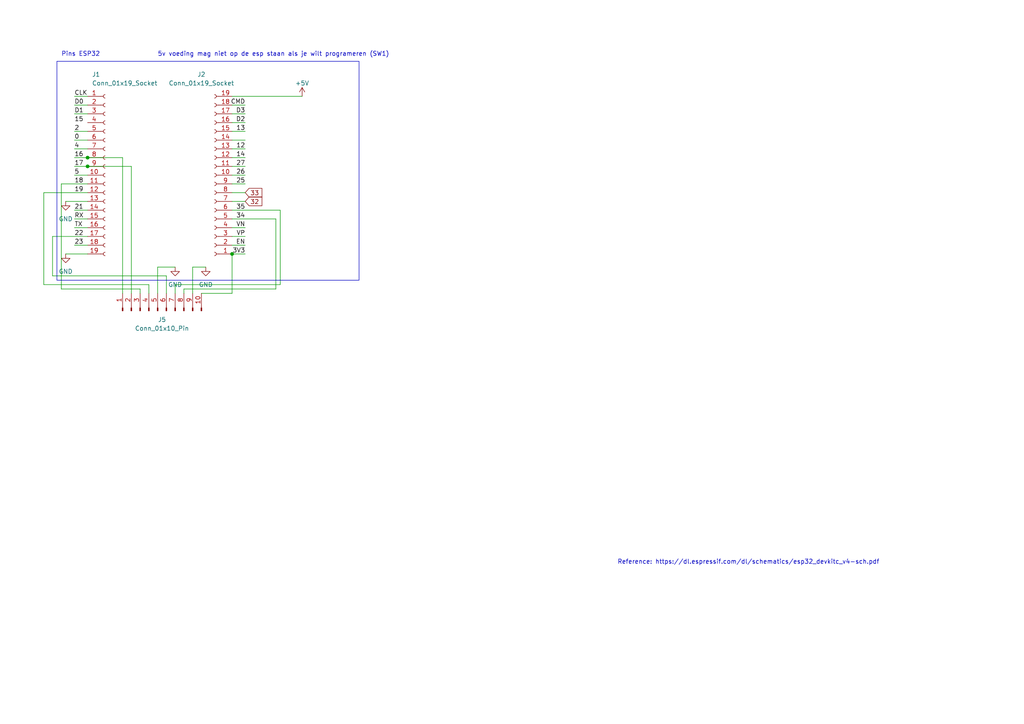
<source format=kicad_sch>
(kicad_sch (version 20230121) (generator eeschema)
  (paper "A4")
  (lib_symbols
    (symbol "Connector:Conn_01x10_Pin" (pin_names (offset 1.016) hide)
      (property "Reference" "J" (at 0 12.7 0))
      (property "Value" "Conn_01x10_Pin" (at 0 -15.24 0))
      (symbol "Conn_01x10_Pin_1_1"
        (polyline (pts (xy 1.27 -12.7) (xy 0.8636 -12.7)) (stroke (width 0.1524)))
        (polyline (pts (xy 1.27 -10.16) (xy 0.8636 -10.16)) (stroke (width 0.1524)))
        (polyline (pts (xy 1.27 -7.62) (xy 0.8636 -7.62)) (stroke (width 0.1524)))
        (polyline (pts (xy 1.27 -5.08) (xy 0.8636 -5.08)) (stroke (width 0.1524)))
        (polyline (pts (xy 1.27 -2.54) (xy 0.8636 -2.54)) (stroke (width 0.1524)))
        (polyline (pts (xy 1.27 0) (xy 0.8636 0)) (stroke (width 0.1524)))
        (polyline (pts (xy 1.27 2.54) (xy 0.8636 2.54)) (stroke (width 0.1524)))
        (polyline (pts (xy 1.27 5.08) (xy 0.8636 5.08)) (stroke (width 0.1524)))
        (polyline (pts (xy 1.27 7.62) (xy 0.8636 7.62)) (stroke (width 0.1524)))
        (polyline (pts (xy 1.27 10.16) (xy 0.8636 10.16)) (stroke (width 0.1524)))
        (rectangle (start 0.8636 -12.573) (end 0 -12.827) (stroke (width 0.1524)) (fill (type outline)))
        (rectangle (start 0.8636 -10.033) (end 0 -10.287) (stroke (width 0.1524)) (fill (type outline)))
        (rectangle (start 0.8636 -7.493) (end 0 -7.747) (stroke (width 0.1524)) (fill (type outline)))
        (rectangle (start 0.8636 -4.953) (end 0 -5.207) (stroke (width 0.1524)) (fill (type outline)))
        (rectangle (start 0.8636 -2.413) (end 0 -2.667) (stroke (width 0.1524)) (fill (type outline)))
        (rectangle (start 0.8636 0.127) (end 0 -0.127) (stroke (width 0.1524)) (fill (type outline)))
        (rectangle (start 0.8636 2.667) (end 0 2.413) (stroke (width 0.1524)) (fill (type outline)))
        (rectangle (start 0.8636 5.207) (end 0 4.953) (stroke (width 0.1524)) (fill (type outline)))
        (rectangle (start 0.8636 7.747) (end 0 7.493) (stroke (width 0.1524)) (fill (type outline)))
        (rectangle (start 0.8636 10.287) (end 0 10.033) (stroke (width 0.1524)) (fill (type outline)))
        (pin passive line (at 5.08 10.16 180) (length 3.81) (name "Pin_1") (number "1"))
        (pin passive line (at 5.08 -12.7 180) (length 3.81) (name "Pin_10") (number "10"))
        (pin passive line (at 5.08 7.62 180) (length 3.81) (name "Pin_2") (number "2"))
        (pin passive line (at 5.08 5.08 180) (length 3.81) (name "Pin_3") (number "3"))
        (pin passive line (at 5.08 2.54 180) (length 3.81) (name "Pin_4") (number "4"))
        (pin passive line (at 5.08 0 180) (length 3.81) (name "Pin_5") (number "5"))
        (pin passive line (at 5.08 -2.54 180) (length 3.81) (name "Pin_6") (number "6"))
        (pin passive line (at 5.08 -5.08 180) (length 3.81) (name "Pin_7") (number "7"))
        (pin passive line (at 5.08 -7.62 180) (length 3.81) (name "Pin_8") (number "8"))
        (pin passive line (at 5.08 -10.16 180) (length 3.81) (name "Pin_9") (number "9"))
      )
    )
    (symbol "Connector:Conn_01x19_Socket" (pin_names (offset 1.016) hide)
      (property "Reference" "J" (at 0 25.4 0))
      (property "Value" "Conn_01x19_Socket" (at 0 -25.4 0))
      (symbol "Conn_01x19_Socket_1_1"
        (arc (start 0 -22.352) (mid -0.5058 -22.86) (end 0 -23.368) (stroke (width 0.1524)))
        (arc (start 0 -19.812) (mid -0.5058 -20.32) (end 0 -20.828) (stroke (width 0.1524)))
        (arc (start 0 -17.272) (mid -0.5058 -17.78) (end 0 -18.288) (stroke (width 0.1524)))
        (arc (start 0 -14.732) (mid -0.5058 -15.24) (end 0 -15.748) (stroke (width 0.1524)))
        (arc (start 0 -12.192) (mid -0.5058 -12.7) (end 0 -13.208) (stroke (width 0.1524)))
        (arc (start 0 -9.652) (mid -0.5058 -10.16) (end 0 -10.668) (stroke (width 0.1524)))
        (arc (start 0 -7.112) (mid -0.5058 -7.62) (end 0 -8.128) (stroke (width 0.1524)))
        (arc (start 0 -4.572) (mid -0.5058 -5.08) (end 0 -5.588) (stroke (width 0.1524)))
        (arc (start 0 -2.032) (mid -0.5058 -2.54) (end 0 -3.048) (stroke (width 0.1524)))
        (polyline (pts (xy -1.27 -22.86) (xy -0.508 -22.86)) (stroke (width 0.1524)))
        (polyline (pts (xy -1.27 -20.32) (xy -0.508 -20.32)) (stroke (width 0.1524)))
        (polyline (pts (xy -1.27 -17.78) (xy -0.508 -17.78)) (stroke (width 0.1524)))
        (polyline (pts (xy -1.27 -15.24) (xy -0.508 -15.24)) (stroke (width 0.1524)))
        (polyline (pts (xy -1.27 -12.7) (xy -0.508 -12.7)) (stroke (width 0.1524)))
        (polyline (pts (xy -1.27 -10.16) (xy -0.508 -10.16)) (stroke (width 0.1524)))
        (polyline (pts (xy -1.27 -7.62) (xy -0.508 -7.62)) (stroke (width 0.1524)))
        (polyline (pts (xy -1.27 -5.08) (xy -0.508 -5.08)) (stroke (width 0.1524)))
        (polyline (pts (xy -1.27 -2.54) (xy -0.508 -2.54)) (stroke (width 0.1524)))
        (polyline (pts (xy -1.27 0) (xy -0.508 0)) (stroke (width 0.1524)))
        (polyline (pts (xy -1.27 2.54) (xy -0.508 2.54)) (stroke (width 0.1524)))
        (polyline (pts (xy -1.27 5.08) (xy -0.508 5.08)) (stroke (width 0.1524)))
        (polyline (pts (xy -1.27 7.62) (xy -0.508 7.62)) (stroke (width 0.1524)))
        (polyline (pts (xy -1.27 10.16) (xy -0.508 10.16)) (stroke (width 0.1524)))
        (polyline (pts (xy -1.27 12.7) (xy -0.508 12.7)) (stroke (width 0.1524)))
        (polyline (pts (xy -1.27 15.24) (xy -0.508 15.24)) (stroke (width 0.1524)))
        (polyline (pts (xy -1.27 17.78) (xy -0.508 17.78)) (stroke (width 0.1524)))
        (polyline (pts (xy -1.27 20.32) (xy -0.508 20.32)) (stroke (width 0.1524)))
        (polyline (pts (xy -1.27 22.86) (xy -0.508 22.86)) (stroke (width 0.1524)))
        (arc (start 0 0.508) (mid -0.5058 0) (end 0 -0.508) (stroke (width 0.1524)))
        (arc (start 0 3.048) (mid -0.5058 2.54) (end 0 2.032) (stroke (width 0.1524)))
        (arc (start 0 5.588) (mid -0.5058 5.08) (end 0 4.572) (stroke (width 0.1524)))
        (arc (start 0 8.128) (mid -0.5058 7.62) (end 0 7.112) (stroke (width 0.1524)))
        (arc (start 0 10.668) (mid -0.5058 10.16) (end 0 9.652) (stroke (width 0.1524)))
        (arc (start 0 13.208) (mid -0.5058 12.7) (end 0 12.192) (stroke (width 0.1524)))
        (arc (start 0 15.748) (mid -0.5058 15.24) (end 0 14.732) (stroke (width 0.1524)))
        (arc (start 0 18.288) (mid -0.5058 17.78) (end 0 17.272) (stroke (width 0.1524)))
        (arc (start 0 20.828) (mid -0.5058 20.32) (end 0 19.812) (stroke (width 0.1524)))
        (arc (start 0 23.368) (mid -0.5058 22.86) (end 0 22.352) (stroke (width 0.1524)))
        (pin passive line (at -5.08 22.86 0) (length 3.81) (name "Pin_1") (number "1"))
        (pin passive line (at -5.08 0 0) (length 3.81) (name "Pin_10") (number "10"))
        (pin passive line (at -5.08 -2.54 0) (length 3.81) (name "Pin_11") (number "11"))
        (pin passive line (at -5.08 -5.08 0) (length 3.81) (name "Pin_12") (number "12"))
        (pin passive line (at -5.08 -7.62 0) (length 3.81) (name "Pin_13") (number "13"))
        (pin passive line (at -5.08 -10.16 0) (length 3.81) (name "Pin_14") (number "14"))
        (pin passive line (at -5.08 -12.7 0) (length 3.81) (name "Pin_15") (number "15"))
        (pin passive line (at -5.08 -15.24 0) (length 3.81) (name "Pin_16") (number "16"))
        (pin passive line (at -5.08 -17.78 0) (length 3.81) (name "Pin_17") (number "17"))
        (pin passive line (at -5.08 -20.32 0) (length 3.81) (name "Pin_18") (number "18"))
        (pin passive line (at -5.08 -22.86 0) (length 3.81) (name "Pin_19") (number "19"))
        (pin passive line (at -5.08 20.32 0) (length 3.81) (name "Pin_2") (number "2"))
        (pin passive line (at -5.08 17.78 0) (length 3.81) (name "Pin_3") (number "3"))
        (pin passive line (at -5.08 15.24 0) (length 3.81) (name "Pin_4") (number "4"))
        (pin passive line (at -5.08 12.7 0) (length 3.81) (name "Pin_5") (number "5"))
        (pin passive line (at -5.08 10.16 0) (length 3.81) (name "Pin_6") (number "6"))
        (pin passive line (at -5.08 7.62 0) (length 3.81) (name "Pin_7") (number "7"))
        (pin passive line (at -5.08 5.08 0) (length 3.81) (name "Pin_8") (number "8"))
        (pin passive line (at -5.08 2.54 0) (length 3.81) (name "Pin_9") (number "9"))
      )
    )
    (symbol "power:+5V" (power) (pin_names (offset 0))
      (property "Value" "+5V" (at 0 3.556 0))
      (symbol "+5V_0_1"
        (polyline (pts (xy -0.762 1.27) (xy 0 2.54)))
        (polyline (pts (xy 0 0) (xy 0 2.54)))
        (polyline (pts (xy 0 2.54) (xy 0.762 1.27)))
      )
      (symbol "+5V_1_1"
        (pin power_in line (at 0 0 90) (length 0) hide (name "+5V") (number "1"))
      )
    )
    (symbol "power:GND" (power) (pin_names (offset 0))
      (property "Value" "GND" (at 0 -3.81 0))
      (symbol "GND_0_1"
        (polyline (pts (xy 0 0) (xy 0 -1.27) (xy 1.27 -1.27) (xy 0 -2.54) (xy -1.27 -1.27) (xy 0 -1.27)))
      )
      (symbol "GND_1_1"
        (pin power_in line (at 0 0 270) (length 0) hide (name "GND") (number "1"))
      )
    )
  )
  (junction (at 67.31 73.66))
  (junction (at 25.4 48.26))
  (junction (at 25.4 45.72))
  (wire (pts (xy 12.7 82.55) (xy 43.18 82.55)))
  (wire (pts (xy 17.78 83.82) (xy 40.64 83.82)))
  (wire (pts (xy 25.4 48.26) (xy 38.1 48.26)))
  (wire (pts (xy 45.72 77.47) (xy 50.8 77.47)))
  (wire (pts (xy 67.31 71.12) (xy 71.12 71.12)))
  (wire (pts (xy 21.59 48.26) (xy 25.4 48.26)))
  (wire (pts (xy 12.7 55.88) (xy 12.7 82.55)))
  (wire (pts (xy 48.26 80.01) (xy 48.26 85.09)))
  (wire (pts (xy 12.7 55.88) (xy 25.4 55.88)))
  (wire (pts (xy 67.31 60.96) (xy 81.28 60.96)))
  (wire (pts (xy 21.59 40.64) (xy 25.4 40.64)))
  (wire (pts (xy 55.88 77.47) (xy 59.69 77.47)))
  (wire (pts (xy 67.31 55.88) (xy 71.12 55.88)))
  (wire (pts (xy 80.01 63.5) (xy 80.01 83.82)))
  (wire (pts (xy 21.59 38.1) (xy 25.4 38.1)))
  (wire (pts (xy 81.28 60.96) (xy 81.28 82.55)))
  (wire (pts (xy 38.1 85.09) (xy 38.1 48.26)))
  (wire (pts (xy 15.24 68.58) (xy 15.24 80.01)))
  (wire (pts (xy 55.88 85.09) (xy 55.88 77.47)))
  (wire (pts (xy 50.8 82.55) (xy 50.8 85.09)))
  (wire (pts (xy 67.31 50.8) (xy 71.12 50.8)))
  (wire (pts (xy 21.59 45.72) (xy 25.4 45.72)))
  (wire (pts (xy 67.31 85.09) (xy 58.42 85.09)))
  (wire (pts (xy 15.24 68.58) (xy 25.4 68.58)))
  (wire (pts (xy 21.59 27.94) (xy 25.4 27.94)))
  (wire (pts (xy 67.31 68.58) (xy 71.12 68.58)))
  (wire (pts (xy 67.31 63.5) (xy 80.01 63.5)))
  (wire (pts (xy 67.31 33.02) (xy 71.12 33.02)))
  (wire (pts (xy 17.78 53.34) (xy 17.78 83.82)))
  (wire (pts (xy 67.31 66.04) (xy 71.12 66.04)))
  (wire (pts (xy 67.31 53.34) (xy 71.12 53.34)))
  (wire (pts (xy 67.31 45.72) (xy 71.12 45.72)))
  (wire (pts (xy 67.31 40.64) (xy 71.12 40.64)))
  (wire (pts (xy 21.59 33.02) (xy 25.4 33.02)))
  (wire (pts (xy 53.34 83.82) (xy 53.34 85.09)))
  (wire (pts (xy 67.31 58.42) (xy 71.12 58.42)))
  (wire (pts (xy 21.59 60.96) (xy 25.4 60.96)))
  (wire (pts (xy 43.18 82.55) (xy 43.18 85.09)))
  (wire (pts (xy 25.4 45.72) (xy 35.56 45.72)))
  (wire (pts (xy 21.59 43.18) (xy 25.4 43.18)))
  (wire (pts (xy 67.31 38.1) (xy 71.12 38.1)))
  (wire (pts (xy 35.56 45.72) (xy 35.56 85.09)))
  (wire (pts (xy 19.05 73.66) (xy 25.4 73.66)))
  (wire (pts (xy 67.31 30.48) (xy 71.12 30.48)))
  (wire (pts (xy 40.64 83.82) (xy 40.64 85.09)))
  (wire (pts (xy 67.31 43.18) (xy 71.12 43.18)))
  (wire (pts (xy 21.59 71.12) (xy 25.4 71.12)))
  (wire (pts (xy 67.31 73.66) (xy 67.31 85.09)))
  (wire (pts (xy 19.05 58.42) (xy 25.4 58.42)))
  (wire (pts (xy 21.59 50.8) (xy 25.4 50.8)))
  (wire (pts (xy 81.28 82.55) (xy 50.8 82.55)))
  (wire (pts (xy 67.31 35.56) (xy 71.12 35.56)))
  (wire (pts (xy 17.78 53.34) (xy 25.4 53.34)))
  (wire (pts (xy 80.01 83.82) (xy 53.34 83.82)))
  (wire (pts (xy 15.24 80.01) (xy 48.26 80.01)))
  (wire (pts (xy 67.31 27.94) (xy 87.63 27.94)))
  (wire (pts (xy 21.59 30.48) (xy 25.4 30.48)))
  (wire (pts (xy 67.31 48.26) (xy 71.12 48.26)))
  (wire (pts (xy 45.72 77.47) (xy 45.72 85.09)))
  (wire (pts (xy 67.31 73.66) (xy 71.12 73.66)))
  (wire (pts (xy 21.59 63.5) (xy 25.4 63.5)))
  (wire (pts (xy 21.59 66.04) (xy 25.4 66.04)))
  (rectangle (start 16.51 17.78) (end 104.14 81.28))
  (text "Pins ESP32" (at 17.78 16.51 0) (effects (font (size 1.27 1.27)) (justify left bottom)))
  (text "Reference: https://dl.espressif.com/dl/schematics/esp32_devkitc_v4-sch.pdf" (at 179.07 163.83 0) (effects (font (size 1.27 1.27)) (justify left bottom)))
  (text "5v voeding mag niet op de esp staan als je wilt programeren (SW1)" (at 45.72 16.51 0) (effects (font (size 1.27 1.27)) (justify left bottom)))
  (label "25" (at 71.12 53.34 180))
  (label "19" (at 21.59 55.88 0))
  (label "TX" (at 21.59 66.04 0))
  (label "5" (at 21.59 50.8 0))
  (label "17" (at 21.59 48.26 0))
  (label "13" (at 71.12 38.1 180))
  (label "2" (at 21.59 38.1 0))
  (label "18" (at 21.59 53.34 0))
  (label "D2" (at 71.12 35.56 180))
  (label "27" (at 71.12 48.26 180))
  (label "VP" (at 71.12 68.58 180))
  (label "CLK" (at 21.59 27.94 0))
  (label "D1" (at 21.59 33.02 0))
  (label "26" (at 71.12 50.8 180))
  (label "12" (at 71.12 43.18 180))
  (label "0" (at 21.59 40.64 0))
  (label "EN" (at 71.12 71.12 180))
  (label "34" (at 71.12 63.5 180))
  (label "22" (at 21.59 68.58 0))
  (label "4" (at 21.59 43.18 0))
  (label "D0" (at 21.59 30.48 0))
  (label "23" (at 21.59 71.12 0))
  (label "14" (at 71.12 45.72 180))
  (label "35" (at 71.12 60.96 180))
  (label "VN" (at 71.12 66.04 180))
  (label "D3" (at 71.12 33.02 180))
  (label "15" (at 21.59 35.56 0))
  (label "CMD" (at 71.12 30.48 180))
  (label "RX" (at 21.59 63.5 0))
  (label "16" (at 21.59 45.72 0))
  (label "21" (at 21.59 60.96 0))
  (label "3V3" (at 71.12 73.66 180))
  (global_label "33" (shape input) (at 71.12 55.88 0) (property "Intersheetrefs" "${INTERSHEET_REFS}" (effects hide)))
  (global_label "32" (shape input) (at 71.12 58.42 0) (property "Intersheetrefs" "${INTERSHEET_REFS}" (effects hide)))
  (symbol (lib_id "Connector:Conn_01x19_Socket") (at 30.48 50.8 0) (unit 1)
    (property "Reference" "J1" (at 26.67 21.59 0) (effects (justify left)))
    (property "Value" "Conn_01x19_Socket" (at 26.67 24.13 0) (effects (justify left)))
    (property "Footprint" "Connector_PinSocket_2.54mm:PinSocket_1x19_P2.54mm_Vertical" (effects hide))
  )
  (symbol (lib_id "power:GND") (at 19.05 73.66 0) (unit 1)
    (property "Reference" "#PWR029" (effects hide))
    (property "Value" "GND" (at 19.05 78.74 0))
  )
  (symbol (lib_id "power:GND") (at 50.8 77.47 0) (unit 1)
    (property "Reference" "#PWR040" (effects hide))
    (property "Value" "GND" (at 50.8 82.55 0))
  )
  (symbol (lib_id "power:GND") (at 59.69 77.47 0) (unit 1)
    (property "Reference" "#PWR039" (effects hide))
    (property "Value" "GND" (at 59.69 82.55 0))
  )
  (symbol (lib_id "Connector:Conn_01x19_Socket") (at 62.23 50.8 180) (unit 1)
    (property "Reference" "J2" (at 58.42 21.59 0))
    (property "Value" "Conn_01x19_Socket" (at 58.42 24.13 0))
    (property "Footprint" "Connector_PinSocket_2.54mm:PinSocket_1x19_P2.54mm_Vertical" (effects hide))
  )
  (symbol (lib_id "Connector:Conn_01x10_Pin") (at 45.72 90.17 90) (unit 1)
    (property "Reference" "J5" (at 46.99 92.71 90))
    (property "Value" "Conn_01x10_Pin" (at 46.99 95.25 90))
    (property "Footprint" "Connector_PinHeader_1.00mm:PinHeader_1x10_P1.00mm_Vertical" (effects hide))
  )
  (symbol (lib_id "power:GND") (at 19.05 58.42 0) (unit 1)
    (property "Reference" "#PWR028" (effects hide))
    (property "Value" "GND" (at 19.05 63.5 0))
  )
  (symbol (lib_id "power:+5V") (at 87.63 27.94 0) (unit 1)
    (property "Reference" "#PWR030" (effects hide))
    (property "Value" "+5V" (at 87.63 24.13 0))
  )
)
</source>
